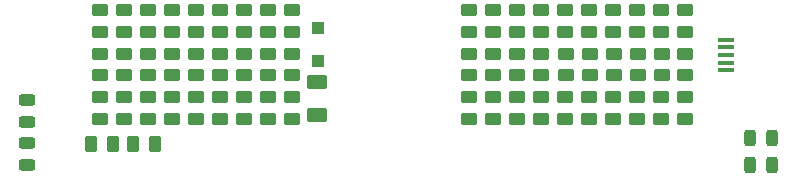
<source format=gbr>
%TF.GenerationSoftware,KiCad,Pcbnew,(7.0.0-0)*%
%TF.CreationDate,2023-02-26T21:06:09-06:00*%
%TF.ProjectId,rascsi_zero,72617363-7369-45f7-9a65-726f2e6b6963,rev?*%
%TF.SameCoordinates,PX59d60c0PY325aa00*%
%TF.FileFunction,Paste,Top*%
%TF.FilePolarity,Positive*%
%FSLAX46Y46*%
G04 Gerber Fmt 4.6, Leading zero omitted, Abs format (unit mm)*
G04 Created by KiCad (PCBNEW (7.0.0-0)) date 2023-02-26 21:06:09*
%MOMM*%
%LPD*%
G01*
G04 APERTURE LIST*
G04 Aperture macros list*
%AMRoundRect*
0 Rectangle with rounded corners*
0 $1 Rounding radius*
0 $2 $3 $4 $5 $6 $7 $8 $9 X,Y pos of 4 corners*
0 Add a 4 corners polygon primitive as box body*
4,1,4,$2,$3,$4,$5,$6,$7,$8,$9,$2,$3,0*
0 Add four circle primitives for the rounded corners*
1,1,$1+$1,$2,$3*
1,1,$1+$1,$4,$5*
1,1,$1+$1,$6,$7*
1,1,$1+$1,$8,$9*
0 Add four rect primitives between the rounded corners*
20,1,$1+$1,$2,$3,$4,$5,0*
20,1,$1+$1,$4,$5,$6,$7,0*
20,1,$1+$1,$6,$7,$8,$9,0*
20,1,$1+$1,$8,$9,$2,$3,0*%
G04 Aperture macros list end*
%ADD10RoundRect,0.243750X-0.456250X0.243750X-0.456250X-0.243750X0.456250X-0.243750X0.456250X0.243750X0*%
%ADD11RoundRect,0.243750X0.243750X0.456250X-0.243750X0.456250X-0.243750X-0.456250X0.243750X-0.456250X0*%
%ADD12RoundRect,0.250000X-0.625000X0.375000X-0.625000X-0.375000X0.625000X-0.375000X0.625000X0.375000X0*%
%ADD13RoundRect,0.250000X-0.450000X0.262500X-0.450000X-0.262500X0.450000X-0.262500X0.450000X0.262500X0*%
%ADD14RoundRect,0.250000X0.262500X0.450000X-0.262500X0.450000X-0.262500X-0.450000X0.262500X-0.450000X0*%
%ADD15R,1.100000X1.100000*%
%ADD16RoundRect,0.250000X0.450000X-0.262500X0.450000X0.262500X-0.450000X0.262500X-0.450000X-0.262500X0*%
%ADD17R,1.400000X0.400000*%
G04 APERTURE END LIST*
D10*
%TO.C,D3*%
X81273000Y-9651500D03*
X81273000Y-11526500D03*
%TD*%
D11*
%TO.C,D1*%
X144313500Y-11478000D03*
X142438500Y-11478000D03*
%TD*%
%TO.C,D2*%
X144313500Y-9192000D03*
X142438500Y-9192000D03*
%TD*%
D12*
%TO.C,FUSE1*%
X105794160Y-4510320D03*
X105794160Y-7310320D03*
%TD*%
D13*
%TO.C,R2*%
X118672224Y1587780D03*
X118672224Y-237220D03*
%TD*%
D14*
%TO.C,R3*%
X88512000Y-9700000D03*
X86687000Y-9700000D03*
%TD*%
%TO.C,R4*%
X92091500Y-9700000D03*
X90266500Y-9700000D03*
%TD*%
D15*
%TO.C,D5*%
X105859999Y-2749999D03*
X105859999Y49999D03*
%TD*%
D10*
%TO.C,D4*%
X81273000Y-6017000D03*
X81273000Y-7892000D03*
%TD*%
D13*
%TO.C,R1*%
X118672224Y-2101640D03*
X118672224Y-3926640D03*
%TD*%
%TO.C,R49*%
X95549390Y-2101640D03*
X95549390Y-3926640D03*
%TD*%
%TO.C,R48*%
X97586320Y-2101640D03*
X97586320Y-3926640D03*
%TD*%
%TO.C,R47*%
X99623250Y-2101640D03*
X99623250Y-3926640D03*
%TD*%
%TO.C,R46*%
X101660180Y-2101640D03*
X101660180Y-3926640D03*
%TD*%
%TO.C,R45*%
X103697110Y-2101640D03*
X103697110Y-3926640D03*
%TD*%
%TO.C,R44*%
X87401660Y-2101640D03*
X87401660Y-3926640D03*
%TD*%
%TO.C,R43*%
X89438600Y-2101640D03*
X89438600Y-3926640D03*
%TD*%
%TO.C,R42*%
X91475530Y-2101640D03*
X91475530Y-3926640D03*
%TD*%
%TO.C,R41*%
X93512460Y-2101640D03*
X93512460Y-3926640D03*
%TD*%
D16*
%TO.C,R31*%
X95536328Y-7616060D03*
X95536328Y-5791060D03*
%TD*%
%TO.C,R30*%
X97569992Y-7616060D03*
X97569992Y-5791060D03*
%TD*%
%TO.C,R29*%
X99603656Y-7616060D03*
X99603656Y-5791060D03*
%TD*%
%TO.C,R28*%
X101637320Y-7616060D03*
X101637320Y-5791060D03*
%TD*%
%TO.C,R27*%
X103670984Y-7616060D03*
X103670984Y-5791060D03*
%TD*%
%TO.C,R26*%
X87401660Y-7616060D03*
X87401660Y-5791060D03*
%TD*%
%TO.C,R25*%
X89435336Y-7616060D03*
X89435336Y-5791060D03*
%TD*%
%TO.C,R24*%
X91469000Y-7616060D03*
X91469000Y-5791060D03*
%TD*%
%TO.C,R23*%
X93502664Y-7616060D03*
X93502664Y-5791060D03*
%TD*%
%TO.C,R13*%
X95567398Y-237220D03*
X95567398Y1587780D03*
%TD*%
%TO.C,R12*%
X97598672Y-237220D03*
X97598672Y1587780D03*
%TD*%
%TO.C,R11*%
X99629946Y-237220D03*
X99629946Y1587780D03*
%TD*%
%TO.C,R10*%
X101661220Y-237220D03*
X101661220Y1587780D03*
%TD*%
%TO.C,R9*%
X103692494Y-237220D03*
X103692494Y1587780D03*
%TD*%
%TO.C,R8*%
X87401660Y-237220D03*
X87401660Y1587780D03*
%TD*%
%TO.C,R7*%
X89473576Y-237220D03*
X89473576Y1587780D03*
%TD*%
%TO.C,R6*%
X91504850Y-237220D03*
X91504850Y1587780D03*
%TD*%
%TO.C,R5*%
X93536124Y-237220D03*
X93536124Y1587780D03*
%TD*%
D13*
%TO.C,R58*%
X120735280Y-2101640D03*
X120735280Y-3926640D03*
%TD*%
%TO.C,R57*%
X122772210Y-2101640D03*
X122772210Y-3926640D03*
%TD*%
%TO.C,R56*%
X124809140Y-2101640D03*
X124809140Y-3926640D03*
%TD*%
%TO.C,R55*%
X126846070Y-2101640D03*
X126846070Y-3926640D03*
%TD*%
%TO.C,R54*%
X128883000Y-2101640D03*
X128883000Y-3926640D03*
%TD*%
%TO.C,R53*%
X130919930Y-2101640D03*
X130919930Y-3926640D03*
%TD*%
%TO.C,R52*%
X132956860Y-2101640D03*
X132956860Y-3926640D03*
%TD*%
%TO.C,R51*%
X134993790Y-2101640D03*
X134993790Y-3926640D03*
%TD*%
%TO.C,R50*%
X136975200Y-2101640D03*
X136975200Y-3926640D03*
%TD*%
D16*
%TO.C,R40*%
X120705888Y-7616060D03*
X120705888Y-5791060D03*
%TD*%
%TO.C,R39*%
X122739552Y-7616060D03*
X122739552Y-5791060D03*
%TD*%
%TO.C,R38*%
X124773216Y-7616060D03*
X124773216Y-5791060D03*
%TD*%
%TO.C,R37*%
X126806880Y-7616060D03*
X126806880Y-5791060D03*
%TD*%
%TO.C,R36*%
X128840544Y-7616060D03*
X128840544Y-5791060D03*
%TD*%
%TO.C,R35*%
X130874208Y-7616060D03*
X130874208Y-5791060D03*
%TD*%
%TO.C,R34*%
X132907872Y-7616060D03*
X132907872Y-5791060D03*
%TD*%
%TO.C,R33*%
X134941536Y-7616060D03*
X134941536Y-5791060D03*
%TD*%
%TO.C,R32*%
X136975200Y-7616060D03*
X136975200Y-5791060D03*
%TD*%
%TO.C,R22*%
X120725008Y-237220D03*
X120725008Y1587780D03*
%TD*%
%TO.C,R21*%
X122756282Y-237220D03*
X122756282Y1587780D03*
%TD*%
%TO.C,R20*%
X124787556Y-237220D03*
X124787556Y1587780D03*
%TD*%
%TO.C,R19*%
X126818830Y-237220D03*
X126818830Y1587780D03*
%TD*%
%TO.C,R18*%
X128850104Y-237220D03*
X128850104Y1587780D03*
%TD*%
%TO.C,R17*%
X130881378Y-237220D03*
X130881378Y1587780D03*
%TD*%
%TO.C,R16*%
X132912652Y-237220D03*
X132912652Y1587780D03*
%TD*%
%TO.C,R15*%
X134943926Y-237220D03*
X134943926Y1587780D03*
%TD*%
%TO.C,R14*%
X136975200Y-237220D03*
X136975200Y1587780D03*
%TD*%
D13*
%TO.C,R59*%
X118672224Y-5791060D03*
X118672224Y-7616060D03*
%TD*%
D17*
%TO.C,J3*%
X140449999Y-3499999D03*
X140449999Y-2849999D03*
X140449999Y-2199999D03*
X140449999Y-1549999D03*
X140449999Y-899999D03*
%TD*%
M02*

</source>
